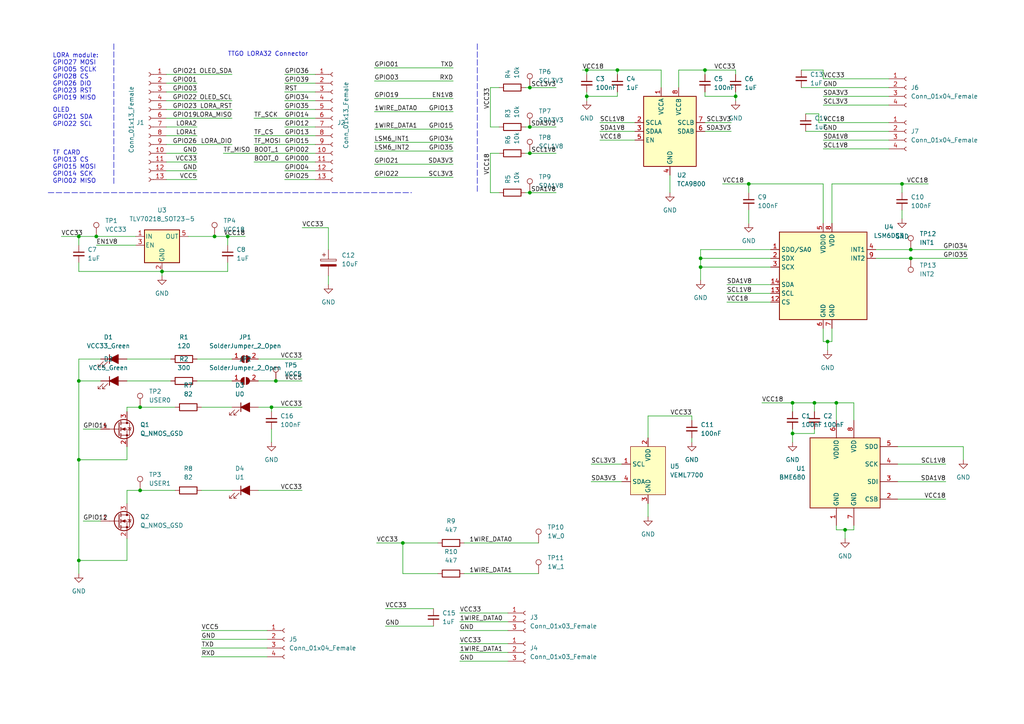
<source format=kicad_sch>
(kicad_sch (version 20211123) (generator eeschema)
  (paper "A4")
  (lib_symbols
    (symbol "Connector:Conn_01x03_Female" (pin_names (offset 1.016) hide)
      (property "Reference" "J" (at 0 5.08 0))
      (property "Value" "Conn_01x03_Female" (at 0 -5.08 0))
      (symbol "Conn_01x03_Female_1_1"
        (arc (start 0 -2.032) (mid -0.508 -2.54) (end 0 -3.048) (stroke (width 0.1524)))
        (polyline (pts (xy -1.27 -2.54) (xy -0.508 -2.54)) (stroke (width 0.1524)))
        (polyline (pts (xy -1.27 0) (xy -0.508 0)) (stroke (width 0.1524)))
        (polyline (pts (xy -1.27 2.54) (xy -0.508 2.54)) (stroke (width 0.1524)))
        (arc (start 0 0.508) (mid -0.508 0) (end 0 -0.508) (stroke (width 0.1524)))
        (arc (start 0 3.048) (mid -0.508 2.54) (end 0 2.032) (stroke (width 0.1524)))
        (pin passive line (at -5.08 2.54 0) (length 3.81) (name "Pin_1") (number "1"))
        (pin passive line (at -5.08 0 0) (length 3.81) (name "Pin_2") (number "2"))
        (pin passive line (at -5.08 -2.54 0) (length 3.81) (name "Pin_3") (number "3"))
      )
    )
    (symbol "Connector:Conn_01x04_Female" (pin_names (offset 1.016) hide)
      (property "Reference" "J" (at 0 5.08 0))
      (property "Value" "Conn_01x04_Female" (at 0 -7.62 0))
      (symbol "Conn_01x04_Female_1_1"
        (arc (start 0 -4.572) (mid -0.508 -5.08) (end 0 -5.588) (stroke (width 0.1524)))
        (arc (start 0 -2.032) (mid -0.508 -2.54) (end 0 -3.048) (stroke (width 0.1524)))
        (polyline (pts (xy -1.27 -5.08) (xy -0.508 -5.08)) (stroke (width 0.1524)))
        (polyline (pts (xy -1.27 -2.54) (xy -0.508 -2.54)) (stroke (width 0.1524)))
        (polyline (pts (xy -1.27 0) (xy -0.508 0)) (stroke (width 0.1524)))
        (polyline (pts (xy -1.27 2.54) (xy -0.508 2.54)) (stroke (width 0.1524)))
        (arc (start 0 0.508) (mid -0.508 0) (end 0 -0.508) (stroke (width 0.1524)))
        (arc (start 0 3.048) (mid -0.508 2.54) (end 0 2.032) (stroke (width 0.1524)))
        (pin passive line (at -5.08 2.54 0) (length 3.81) (name "Pin_1") (number "1"))
        (pin passive line (at -5.08 0 0) (length 3.81) (name "Pin_2") (number "2"))
        (pin passive line (at -5.08 -2.54 0) (length 3.81) (name "Pin_3") (number "3"))
        (pin passive line (at -5.08 -5.08 0) (length 3.81) (name "Pin_4") (number "4"))
      )
    )
    (symbol "Connector:Conn_01x13_Female" (pin_names (offset 1.016) hide)
      (property "Reference" "J" (at 0 17.78 0))
      (property "Value" "Conn_01x13_Female" (at 0 -17.78 0))
      (symbol "Conn_01x13_Female_1_1"
        (arc (start 0 -14.732) (mid -0.508 -15.24) (end 0 -15.748) (stroke (width 0.1524)))
        (arc (start 0 -12.192) (mid -0.508 -12.7) (end 0 -13.208) (stroke (width 0.1524)))
        (arc (start 0 -9.652) (mid -0.508 -10.16) (end 0 -10.668) (stroke (width 0.1524)))
        (arc (start 0 -7.112) (mid -0.508 -7.62) (end 0 -8.128) (stroke (width 0.1524)))
        (arc (start 0 -4.572) (mid -0.508 -5.08) (end 0 -5.588) (stroke (width 0.1524)))
        (arc (start 0 -2.032) (mid -0.508 -2.54) (end 0 -3.048) (stroke (width 0.1524)))
        (polyline (pts (xy -1.27 -15.24) (xy -0.508 -15.24)) (stroke (width 0.1524)))
        (polyline (pts (xy -1.27 -12.7) (xy -0.508 -12.7)) (stroke (width 0.1524)))
        (polyline (pts (xy -1.27 -10.16) (xy -0.508 -10.16)) (stroke (width 0.1524)))
        (polyline (pts (xy -1.27 -7.62) (xy -0.508 -7.62)) (stroke (width 0.1524)))
        (polyline (pts (xy -1.27 -5.08) (xy -0.508 -5.08)) (stroke (width 0.1524)))
        (polyline (pts (xy -1.27 -2.54) (xy -0.508 -2.54)) (stroke (width 0.1524)))
        (polyline (pts (xy -1.27 0) (xy -0.508 0)) (stroke (width 0.1524)))
        (polyline (pts (xy -1.27 2.54) (xy -0.508 2.54)) (stroke (width 0.1524)))
        (polyline (pts (xy -1.27 5.08) (xy -0.508 5.08)) (stroke (width 0.1524)))
        (polyline (pts (xy -1.27 7.62) (xy -0.508 7.62)) (stroke (width 0.1524)))
        (polyline (pts (xy -1.27 10.16) (xy -0.508 10.16)) (stroke (width 0.1524)))
        (polyline (pts (xy -1.27 12.7) (xy -0.508 12.7)) (stroke (width 0.1524)))
        (polyline (pts (xy -1.27 15.24) (xy -0.508 15.24)) (stroke (width 0.1524)))
        (arc (start 0 0.508) (mid -0.508 0) (end 0 -0.508) (stroke (width 0.1524)))
        (arc (start 0 3.048) (mid -0.508 2.54) (end 0 2.032) (stroke (width 0.1524)))
        (arc (start 0 5.588) (mid -0.508 5.08) (end 0 4.572) (stroke (width 0.1524)))
        (arc (start 0 8.128) (mid -0.508 7.62) (end 0 7.112) (stroke (width 0.1524)))
        (arc (start 0 10.668) (mid -0.508 10.16) (end 0 9.652) (stroke (width 0.1524)))
        (arc (start 0 13.208) (mid -0.508 12.7) (end 0 12.192) (stroke (width 0.1524)))
        (arc (start 0 15.748) (mid -0.508 15.24) (end 0 14.732) (stroke (width 0.1524)))
        (pin passive line (at -5.08 15.24 0) (length 3.81) (name "Pin_1") (number "1"))
        (pin passive line (at -5.08 -7.62 0) (length 3.81) (name "Pin_10") (number "10"))
        (pin passive line (at -5.08 -10.16 0) (length 3.81) (name "Pin_11") (number "11"))
        (pin passive line (at -5.08 -12.7 0) (length 3.81) (name "Pin_12") (number "12"))
        (pin passive line (at -5.08 -15.24 0) (length 3.81) (name "Pin_13") (number "13"))
        (pin passive line (at -5.08 12.7 0) (length 3.81) (name "Pin_2") (number "2"))
        (pin passive line (at -5.08 10.16 0) (length 3.81) (name "Pin_3") (number "3"))
        (pin passive line (at -5.08 7.62 0) (length 3.81) (name "Pin_4") (number "4"))
        (pin passive line (at -5.08 5.08 0) (length 3.81) (name "Pin_5") (number "5"))
        (pin passive line (at -5.08 2.54 0) (length 3.81) (name "Pin_6") (number "6"))
        (pin passive line (at -5.08 0 0) (length 3.81) (name "Pin_7") (number "7"))
        (pin passive line (at -5.08 -2.54 0) (length 3.81) (name "Pin_8") (number "8"))
        (pin passive line (at -5.08 -5.08 0) (length 3.81) (name "Pin_9") (number "9"))
      )
    )
    (symbol "Connector:TestPoint" (pin_numbers hide) (pin_names (offset 0.762) hide)
      (property "Reference" "TP" (at 0 6.858 0))
      (property "Value" "TestPoint" (at 0 5.08 0))
      (symbol "TestPoint_0_1"
        (circle (center 0 3.302) (radius 0.762))
      )
      (symbol "TestPoint_1_1"
        (pin passive line (at 0 0 90) (length 2.54) (name "1") (number "1"))
      )
    )
    (symbol "Device:C_Polarized" (pin_numbers hide) (pin_names (offset 0.254))
      (property "Reference" "C" (at 0.635 2.54 0))
      (property "Value" "C_Polarized" (at 0.635 -2.54 0))
      (symbol "C_Polarized_0_1"
        (rectangle (start -2.286 0.508) (end 2.286 1.016))
        (polyline (pts (xy -1.778 2.286) (xy -0.762 2.286)))
        (polyline (pts (xy -1.27 2.794) (xy -1.27 1.778)))
        (rectangle (start 2.286 -0.508) (end -2.286 -1.016) (fill (type outline)))
      )
      (symbol "C_Polarized_1_1"
        (pin passive line (at 0 3.81 270) (length 2.794) (name "~") (number "1"))
        (pin passive line (at 0 -3.81 90) (length 2.794) (name "~") (number "2"))
      )
    )
    (symbol "Device:C_Small" (pin_numbers hide) (pin_names (offset 0.254) hide)
      (property "Reference" "C" (at 0.254 1.778 0))
      (property "Value" "C_Small" (at 0.254 -2.032 0))
      (symbol "C_Small_0_1"
        (polyline (pts (xy -1.524 -0.508) (xy 1.524 -0.508)) (stroke (width 0.3302)))
        (polyline (pts (xy -1.524 0.508) (xy 1.524 0.508)) (stroke (width 0.3048)))
      )
      (symbol "C_Small_1_1"
        (pin passive line (at 0 2.54 270) (length 2.032) (name "~") (number "1"))
        (pin passive line (at 0 -2.54 90) (length 2.032) (name "~") (number "2"))
      )
    )
    (symbol "Device:LED_Filled" (pin_numbers hide) (pin_names (offset 1.016) hide)
      (property "Reference" "D" (at 0 2.54 0))
      (property "Value" "LED_Filled" (at 0 -2.54 0))
      (symbol "LED_Filled_0_1"
        (polyline (pts (xy -1.27 -1.27) (xy -1.27 1.27)) (stroke (width 0.254)))
        (polyline (pts (xy -1.27 0) (xy 1.27 0)))
        (polyline (pts (xy 1.27 -1.27) (xy 1.27 1.27) (xy -1.27 0) (xy 1.27 -1.27)) (stroke (width 0.254)) (fill (type outline)))
        (polyline (pts (xy -3.048 -0.762) (xy -4.572 -2.286) (xy -3.81 -2.286) (xy -4.572 -2.286) (xy -4.572 -1.524)))
        (polyline (pts (xy -1.778 -0.762) (xy -3.302 -2.286) (xy -2.54 -2.286) (xy -3.302 -2.286) (xy -3.302 -1.524)))
      )
      (symbol "LED_Filled_1_1"
        (pin passive line (at -3.81 0 0) (length 2.54) (name "K") (number "1"))
        (pin passive line (at 3.81 0 180) (length 2.54) (name "A") (number "2"))
      )
    )
    (symbol "Device:Q_NMOS_GSD" (pin_names (offset 0) hide)
      (property "Reference" "Q" (at 5.08 1.27 0))
      (property "Value" "Q_NMOS_GSD" (at 5.08 -1.27 0))
      (symbol "Q_NMOS_GSD_0_1"
        (polyline (pts (xy 0.254 0) (xy -2.54 0)))
        (polyline (pts (xy 0.254 1.905) (xy 0.254 -1.905)) (stroke (width 0.254)))
        (polyline (pts (xy 0.762 -1.27) (xy 0.762 -2.286)) (stroke (width 0.254)))
        (polyline (pts (xy 0.762 0.508) (xy 0.762 -0.508)) (stroke (width 0.254)))
        (polyline (pts (xy 0.762 2.286) (xy 0.762 1.27)) (stroke (width 0.254)))
        (polyline (pts (xy 2.54 2.54) (xy 2.54 1.778)))
        (polyline (pts (xy 2.54 -2.54) (xy 2.54 0) (xy 0.762 0)))
        (polyline (pts (xy 0.762 -1.778) (xy 3.302 -1.778) (xy 3.302 1.778) (xy 0.762 1.778)))
        (polyline (pts (xy 1.016 0) (xy 2.032 0.381) (xy 2.032 -0.381) (xy 1.016 0)) (fill (type outline)))
        (polyline (pts (xy 2.794 0.508) (xy 2.921 0.381) (xy 3.683 0.381) (xy 3.81 0.254)))
        (polyline (pts (xy 3.302 0.381) (xy 2.921 -0.254) (xy 3.683 -0.254) (xy 3.302 0.381)))
        (circle (center 1.651 0) (radius 2.794) (stroke (width 0.254)))
        (circle (center 2.54 -1.778) (radius 0.254) (fill (type outline)))
        (circle (center 2.54 1.778) (radius 0.254) (fill (type outline)))
      )
      (symbol "Q_NMOS_GSD_1_1"
        (pin input line (at -5.08 0 0) (length 2.54) (name "G") (number "1"))
        (pin passive line (at 2.54 -5.08 90) (length 2.54) (name "S") (number "2"))
        (pin passive line (at 2.54 5.08 270) (length 2.54) (name "D") (number "3"))
      )
    )
    (symbol "Device:R" (pin_numbers hide) (pin_names (offset 0))
      (property "Reference" "R" (at 2.032 0 90))
      (property "Value" "R" (at 0 0 90))
      (symbol "R_0_1"
        (rectangle (start -1.016 -2.54) (end 1.016 2.54) (stroke (width 0.254)))
      )
      (symbol "R_1_1"
        (pin passive line (at 0 3.81 270) (length 1.27) (name "~") (number "1"))
        (pin passive line (at 0 -3.81 90) (length 1.27) (name "~") (number "2"))
      )
    )
    (symbol "Interface:TCA9800"
      (property "Reference" "U" (at -7.62 11.43 0))
      (property "Value" "TCA9800" (at 5.08 11.43 0))
      (symbol "TCA9800_0_1"
        (rectangle (start -7.62 10.16) (end 7.62 -10.16) (stroke (width 0.254)) (fill (type background)))
      )
      (symbol "TCA9800_1_1"
        (pin power_in line (at -2.54 12.7 270) (length 2.54) (name "VCCA") (number "1"))
        (pin bidirectional line (at -10.16 2.54 0) (length 2.54) (name "SCLA") (number "2"))
        (pin bidirectional line (at -10.16 0 0) (length 2.54) (name "SDAA") (number "3"))
        (pin power_in line (at 0 -12.7 90) (length 2.54) (name "GND") (number "4"))
        (pin input line (at -10.16 -2.54 0) (length 2.54) (name "EN") (number "5"))
        (pin bidirectional line (at 10.16 0 180) (length 2.54) (name "SDAB") (number "6"))
        (pin bidirectional line (at 10.16 2.54 180) (length 2.54) (name "SCLB") (number "7"))
        (pin power_in line (at 2.54 12.7 270) (length 2.54) (name "VCCB") (number "8"))
      )
    )
    (symbol "Jumper:SolderJumper_2_Open" (pin_names (offset 0) hide)
      (property "Reference" "JP" (at 0 2.032 0))
      (property "Value" "SolderJumper_2_Open" (at 0 -2.54 0))
      (symbol "SolderJumper_2_Open_0_1"
        (arc (start -0.254 1.016) (mid -1.27 0) (end -0.254 -1.016))
        (arc (start -0.254 1.016) (mid -1.27 0) (end -0.254 -1.016) (fill (type outline)))
        (polyline (pts (xy -0.254 1.016) (xy -0.254 -1.016)))
        (polyline (pts (xy 0.254 1.016) (xy 0.254 -1.016)))
        (arc (start 0.254 -1.016) (mid 1.27 0) (end 0.254 1.016))
        (arc (start 0.254 -1.016) (mid 1.27 0) (end 0.254 1.016) (fill (type outline)))
      )
      (symbol "SolderJumper_2_Open_1_1"
        (pin passive line (at -3.81 0 0) (length 2.54) (name "A") (number "1"))
        (pin passive line (at 3.81 0 180) (length 2.54) (name "B") (number "2"))
      )
    )
    (symbol "Regulator_Linear:TLV70218_SOT23-5" (pin_names (offset 0.254))
      (property "Reference" "U" (at -3.81 5.715 0))
      (property "Value" "TLV70218_SOT23-5" (at 0 5.715 0))
      (symbol "TLV70218_SOT23-5_0_1"
        (rectangle (start -5.08 4.445) (end 5.08 -5.08) (stroke (width 0.254)) (fill (type background)))
      )
      (symbol "TLV70218_SOT23-5_1_1"
        (pin power_in line (at -7.62 2.54 0) (length 2.54) (name "IN") (number "1"))
        (pin power_in line (at 0 -7.62 90) (length 2.54) (name "GND") (number "2"))
        (pin input line (at -7.62 0 0) (length 2.54) (name "EN") (number "3"))
        (pin no_connect line (at 5.08 0 180) (length 2.54) hide (name "NC") (number "4"))
        (pin power_out line (at 7.62 2.54 180) (length 2.54) (name "OUT") (number "5"))
      )
    )
    (symbol "Sensor:BME680"
      (property "Reference" "U" (at -8.89 11.43 0))
      (property "Value" "BME680" (at 7.62 11.43 0))
      (symbol "BME680_0_1"
        (rectangle (start -10.16 10.16) (end 10.16 -10.16) (stroke (width 0.254)) (fill (type background)))
      )
      (symbol "BME680_1_1"
        (pin power_in line (at -2.54 -15.24 90) (length 5.08) (name "GND") (number "1"))
        (pin input line (at 15.24 -7.62 180) (length 5.08) (name "CSB") (number "2"))
        (pin bidirectional line (at 15.24 -2.54 180) (length 5.08) (name "SDI") (number "3"))
        (pin input line (at 15.24 2.54 180) (length 5.08) (name "SCK") (number "4"))
        (pin bidirectional line (at 15.24 7.62 180) (length 5.08) (name "SDO") (number "5"))
        (pin power_in line (at -2.54 15.24 270) (length 5.08) (name "VDDIO") (number "6"))
        (pin power_in line (at 2.54 -15.24 90) (length 5.08) (name "GND") (number "7"))
        (pin power_in line (at 2.54 15.24 270) (length 5.08) (name "VDD") (number "8"))
      )
    )
    (symbol "Sensor_Motion:LSM6DS3"
      (property "Reference" "U" (at -11.43 15.24 0))
      (property "Value" "LSM6DS3" (at -11.43 12.7 0))
      (symbol "LSM6DS3_0_1"
        (rectangle (start -12.7 12.7) (end 12.7 -12.7) (stroke (width 0.254)) (fill (type background)))
      )
      (symbol "LSM6DS3_1_1"
        (pin bidirectional line (at -15.24 7.62 0) (length 2.54) (name "SDO/SA0") (number "1"))
        (pin no_connect line (at 12.7 -5.08 180) (length 3.81) hide (name "NC") (number "10"))
        (pin no_connect line (at 12.7 -2.54 180) (length 3.81) hide (name "NC") (number "11"))
        (pin input line (at -15.24 -7.62 0) (length 2.54) (name "CS") (number "12"))
        (pin input line (at -15.24 -5.08 0) (length 2.54) (name "SCL") (number "13"))
        (pin bidirectional line (at -15.24 -2.54 0) (length 2.54) (name "SDA") (number "14"))
        (pin bidirectional line (at -15.24 5.08 0) (length 2.54) (name "SDX") (number "2"))
        (pin input line (at -15.24 2.54 0) (length 2.54) (name "SCX") (number "3"))
        (pin output line (at 15.24 7.62 180) (length 2.54) (name "INT1") (number "4"))
        (pin power_in line (at 0 15.24 270) (length 2.54) (name "VDDIO") (number "5"))
        (pin power_in line (at 0 -15.24 90) (length 2.54) (name "GND") (number "6"))
        (pin power_in line (at 2.54 -15.24 90) (length 2.54) (name "GND") (number "7"))
        (pin power_in line (at 2.54 15.24 270) (length 2.54) (name "VDD") (number "8"))
        (pin output line (at 15.24 5.08 180) (length 2.54) (name "INT2") (number "9"))
      )
    )
    (symbol "own_symbols:VEML7700"
      (property "Reference" "U" (at 5.08 10.16 0))
      (property "Value" "VEML7700" (at 0 0 0))
      (symbol "VEML7700_0_0"
        (pin unspecified line (at -7.62 2.54 0) (length 2.54) (name "SCL") (number "1"))
        (pin unspecified line (at 0 10.16 270) (length 2.54) (name "VDD") (number "2"))
        (pin unspecified line (at 0 -8.89 90) (length 2.54) (name "GND") (number "3"))
        (pin unspecified line (at -7.62 -2.54 0) (length 2.54) (name "SDA") (number "4"))
      )
      (symbol "VEML7700_0_1"
        (rectangle (start -5.08 7.62) (end 5.08 -6.35) (fill (type background)))
      )
    )
    (symbol "power:GND" (power) (pin_names (offset 0))
      (property "Value" "GND" (at 0 -3.81 0))
      (symbol "GND_0_1"
        (polyline (pts (xy 0 0) (xy 0 -1.27) (xy 1.27 -1.27) (xy 0 -2.54) (xy -1.27 -1.27) (xy 0 -1.27)))
      )
      (symbol "GND_1_1"
        (pin power_in line (at 0 0 270) (length 0) hide (name "GND") (number "1"))
      )
    )
  )
  (junction (at 22.86 68.58))
  (junction (at 153.67 55.88))
  (junction (at 80.01 110.49))
  (junction (at 229.87 116.84))
  (junction (at 27.94 68.58))
  (junction (at 204.47 20.32))
  (junction (at 261.62 53.34))
  (junction (at 78.74 118.11))
  (junction (at 240.03 99.06))
  (junction (at 40.64 118.11))
  (junction (at 153.67 25.4))
  (junction (at 66.04 68.58))
  (junction (at 22.86 110.49))
  (junction (at 264.16 72.39))
  (junction (at 217.17 53.34))
  (junction (at 203.2 77.47))
  (junction (at 242.57 116.84))
  (junction (at 203.2 74.93))
  (junction (at 245.11 153.67))
  (junction (at 116.84 157.48))
  (junction (at 170.18 27.94))
  (junction (at 170.18 20.32))
  (junction (at 264.16 74.93))
  (junction (at 153.67 36.83))
  (junction (at 40.64 142.24))
  (junction (at 153.67 44.45))
  (junction (at 229.87 125.73))
  (junction (at 213.36 27.94))
  (junction (at 22.86 133.35))
  (junction (at 62.23 68.58))
  (junction (at 236.22 116.84))
  (junction (at 22.86 162.56))
  (junction (at 179.07 20.32))
  (junction (at 46.99 78.74))
  (wire (pts (xy 66.04 68.58) (xy 66.04 71.12)))
  (wire (pts (xy 22.86 133.35) (xy 36.83 133.35)))
  (wire (pts (xy 187.96 120.65) (xy 200.66 120.65)))
  (wire (pts (xy 73.66 34.29) (xy 91.44 34.29)))
  (wire (pts (xy 153.67 25.4) (xy 152.4 25.4)))
  (wire (pts (xy 217.17 60.96) (xy 217.17 64.77)))
  (wire (pts (xy 144.78 55.88) (xy 142.24 55.88)))
  (wire (pts (xy 57.15 52.07) (xy 48.26 52.07)))
  (wire (pts (xy 74.93 110.49) (xy 80.01 110.49)))
  (wire (pts (xy 95.25 72.39) (xy 95.25 66.04)))
  (wire (pts (xy 238.76 95.25) (xy 238.76 99.06)))
  (wire (pts (xy 78.74 118.11) (xy 87.63 118.11)))
  (wire (pts (xy 247.65 152.4) (xy 247.65 153.67)))
  (wire (pts (xy 260.35 134.62) (xy 274.32 134.62)))
  (wire (pts (xy 74.93 118.11) (xy 78.74 118.11)))
  (wire (pts (xy 57.15 26.67) (xy 48.26 26.67)))
  (wire (pts (xy 48.26 29.21) (xy 67.31 29.21)))
  (wire (pts (xy 108.585 32.385) (xy 131.445 32.385)))
  (wire (pts (xy 204.47 38.1) (xy 212.09 38.1)))
  (wire (pts (xy 57.15 104.14) (xy 67.31 104.14)))
  (wire (pts (xy 29.21 104.14) (xy 22.86 104.14)))
  (wire (pts (xy 153.67 36.83) (xy 161.29 36.83)))
  (wire (pts (xy 236.22 116.84) (xy 242.57 116.84)))
  (wire (pts (xy 82.55 31.75) (xy 91.44 31.75)))
  (wire (pts (xy 78.74 118.11) (xy 78.74 119.38)))
  (wire (pts (xy 245.11 153.67) (xy 242.57 153.67)))
  (wire (pts (xy 232.41 25.4) (xy 257.81 25.4)))
  (wire (pts (xy 48.26 34.29) (xy 67.31 34.29)))
  (wire (pts (xy 171.45 139.7) (xy 180.34 139.7)))
  (wire (pts (xy 241.3 95.25) (xy 241.3 99.06)))
  (wire (pts (xy 238.76 99.06) (xy 240.03 99.06)))
  (wire (pts (xy 144.78 44.45) (xy 142.24 44.45)))
  (wire (pts (xy 58.42 182.88) (xy 77.47 182.88)))
  (wire (pts (xy 17.78 68.58) (xy 22.86 68.58)))
  (wire (pts (xy 82.55 21.59) (xy 91.44 21.59)))
  (wire (pts (xy 74.93 104.14) (xy 87.63 104.14)))
  (wire (pts (xy 36.83 104.14) (xy 49.53 104.14)))
  (wire (pts (xy 82.55 29.21) (xy 91.44 29.21)))
  (wire (pts (xy 133.35 177.8) (xy 147.32 177.8)))
  (wire (pts (xy 242.57 116.84) (xy 242.57 121.92)))
  (wire (pts (xy 58.42 142.24) (xy 67.31 142.24)))
  (wire (pts (xy 264.16 74.93) (xy 280.67 74.93)))
  (wire (pts (xy 108.585 41.275) (xy 131.445 41.275)))
  (wire (pts (xy 179.07 20.32) (xy 179.07 21.59)))
  (wire (pts (xy 260.35 144.78) (xy 274.32 144.78)))
  (wire (pts (xy 22.86 76.2) (xy 22.86 78.74)))
  (wire (pts (xy 170.18 27.94) (xy 170.18 29.21)))
  (wire (pts (xy 170.18 20.32) (xy 170.18 21.59)))
  (wire (pts (xy 24.13 151.13) (xy 29.21 151.13)))
  (wire (pts (xy 36.83 142.24) (xy 40.64 142.24)))
  (wire (pts (xy 247.65 153.67) (xy 245.11 153.67)))
  (wire (pts (xy 240.03 99.06) (xy 240.03 101.6)))
  (wire (pts (xy 40.64 142.24) (xy 50.8 142.24)))
  (wire (pts (xy 209.55 53.34) (xy 217.17 53.34)))
  (wire (pts (xy 204.47 20.32) (xy 213.36 20.32)))
  (wire (pts (xy 170.18 20.32) (xy 179.07 20.32)))
  (wire (pts (xy 264.16 72.39) (xy 280.67 72.39)))
  (wire (pts (xy 48.26 41.91) (xy 67.31 41.91)))
  (wire (pts (xy 153.67 55.88) (xy 161.29 55.88)))
  (wire (pts (xy 204.47 20.32) (xy 204.47 21.59)))
  (wire (pts (xy 152.4 44.45) (xy 153.67 44.45)))
  (wire (pts (xy 24.13 124.46) (xy 29.21 124.46)))
  (wire (pts (xy 22.86 104.14) (xy 22.86 110.49)))
  (wire (pts (xy 111.76 176.53) (xy 125.73 176.53)))
  (wire (pts (xy 144.78 36.83) (xy 142.24 36.83)))
  (wire (pts (xy 57.15 24.13) (xy 48.26 24.13)))
  (wire (pts (xy 80.01 110.49) (xy 87.63 110.49)))
  (wire (pts (xy 236.22 125.73) (xy 229.87 125.73)))
  (wire (pts (xy 238.76 30.48) (xy 257.81 30.48)))
  (wire (pts (xy 229.87 124.46) (xy 229.87 125.73)))
  (wire (pts (xy 168.91 20.32) (xy 170.18 20.32)))
  (wire (pts (xy 241.3 53.34) (xy 261.62 53.34)))
  (wire (pts (xy 108.585 47.625) (xy 131.445 47.625)))
  (wire (pts (xy 213.36 27.94) (xy 213.36 29.21)))
  (wire (pts (xy 22.86 110.49) (xy 22.86 133.35)))
  (wire (pts (xy 213.36 20.32) (xy 213.36 21.59)))
  (wire (pts (xy 152.4 55.88) (xy 153.67 55.88)))
  (wire (pts (xy 204.47 26.67) (xy 204.47 27.94)))
  (wire (pts (xy 108.585 23.495) (xy 131.445 23.495)))
  (wire (pts (xy 144.78 25.4) (xy 142.24 25.4)))
  (wire (pts (xy 210.82 85.09) (xy 223.52 85.09)))
  (wire (pts (xy 36.83 162.56) (xy 22.86 162.56)))
  (wire (pts (xy 238.76 22.86) (xy 257.81 22.86)))
  (wire (pts (xy 58.42 118.11) (xy 67.31 118.11)))
  (wire (pts (xy 173.99 35.56) (xy 184.15 35.56)))
  (wire (pts (xy 22.86 133.35) (xy 22.86 162.56)))
  (wire (pts (xy 108.585 19.685) (xy 131.445 19.685)))
  (wire (pts (xy 261.62 53.34) (xy 269.24 53.34)))
  (wire (pts (xy 229.87 125.73) (xy 229.87 128.27)))
  (wire (pts (xy 171.45 134.62) (xy 180.34 134.62)))
  (wire (pts (xy 170.18 27.94) (xy 179.07 27.94)))
  (wire (pts (xy 133.35 182.88) (xy 147.32 182.88)))
  (wire (pts (xy 194.31 50.8) (xy 194.31 55.88)))
  (wire (pts (xy 203.2 72.39) (xy 203.2 74.93)))
  (wire (pts (xy 241.3 64.77) (xy 241.3 53.34)))
  (wire (pts (xy 142.24 25.4) (xy 142.24 36.83)))
  (wire (pts (xy 111.76 181.61) (xy 125.73 181.61)))
  (wire (pts (xy 261.62 60.96) (xy 261.62 63.5)))
  (wire (pts (xy 22.86 110.49) (xy 29.21 110.49)))
  (wire (pts (xy 116.84 166.37) (xy 127 166.37)))
  (wire (pts (xy 108.585 51.435) (xy 131.445 51.435)))
  (wire (pts (xy 58.42 187.96) (xy 77.47 187.96)))
  (wire (pts (xy 254 72.39) (xy 264.16 72.39)))
  (wire (pts (xy 36.83 156.21) (xy 36.83 162.56)))
  (wire (pts (xy 196.85 20.32) (xy 204.47 20.32)))
  (wire (pts (xy 48.26 31.75) (xy 67.31 31.75)))
  (wire (pts (xy 82.55 36.83) (xy 91.44 36.83)))
  (wire (pts (xy 238.76 64.77) (xy 238.76 53.34)))
  (wire (pts (xy 203.2 74.93) (xy 203.2 77.47)))
  (wire (pts (xy 58.42 185.42) (xy 77.47 185.42)))
  (wire (pts (xy 46.99 78.74) (xy 66.04 78.74)))
  (wire (pts (xy 57.15 36.83) (xy 48.26 36.83)))
  (wire (pts (xy 237.49 35.56) (xy 257.81 35.56)))
  (wire (pts (xy 133.35 180.34) (xy 147.32 180.34)))
  (wire (pts (xy 238.76 20.32) (xy 232.41 20.32)))
  (wire (pts (xy 36.83 146.05) (xy 36.83 142.24)))
  (wire (pts (xy 57.15 44.45) (xy 48.26 44.45)))
  (wire (pts (xy 134.62 166.37) (xy 156.21 166.37)))
  (wire (pts (xy 179.07 26.67) (xy 179.07 27.94)))
  (wire (pts (xy 203.2 77.47) (xy 203.2 81.28)))
  (wire (pts (xy 204.47 35.56) (xy 212.09 35.56)))
  (wire (pts (xy 236.22 124.46) (xy 236.22 125.73)))
  (wire (pts (xy 109.22 157.48) (xy 116.84 157.48)))
  (wire (pts (xy 82.55 26.67) (xy 91.44 26.67)))
  (wire (pts (xy 95.25 80.01) (xy 95.25 82.55)))
  (polyline (pts (xy 33.02 12.7) (xy 33.02 53.34)))
  (wire (pts (xy 173.99 38.1) (xy 184.15 38.1)))
  (wire (pts (xy 108.585 37.465) (xy 131.445 37.465)))
  (wire (pts (xy 223.52 77.47) (xy 203.2 77.47)))
  (wire (pts (xy 82.55 24.13) (xy 91.44 24.13)))
  (wire (pts (xy 261.62 53.34) (xy 261.62 55.88)))
  (wire (pts (xy 213.36 26.67) (xy 213.36 27.94)))
  (wire (pts (xy 58.42 190.5) (xy 77.47 190.5)))
  (wire (pts (xy 179.07 20.32) (xy 191.77 20.32)))
  (wire (pts (xy 238.76 22.86) (xy 238.76 20.32)))
  (wire (pts (xy 36.83 110.49) (xy 49.53 110.49)))
  (wire (pts (xy 170.18 26.67) (xy 170.18 27.94)))
  (wire (pts (xy 142.24 44.45) (xy 142.24 55.88)))
  (wire (pts (xy 217.17 53.34) (xy 217.17 55.88)))
  (wire (pts (xy 78.74 124.46) (xy 78.74 128.27)))
  (wire (pts (xy 237.49 33.02) (xy 233.68 33.02)))
  (wire (pts (xy 210.82 82.55) (xy 223.52 82.55)))
  (wire (pts (xy 260.35 139.7) (xy 274.32 139.7)))
  (wire (pts (xy 36.83 129.54) (xy 36.83 133.35)))
  (wire (pts (xy 134.62 157.48) (xy 156.21 157.48)))
  (wire (pts (xy 54.61 68.58) (xy 62.23 68.58)))
  (wire (pts (xy 238.76 40.64) (xy 257.81 40.64)))
  (wire (pts (xy 237.49 35.56) (xy 237.49 33.02)))
  (wire (pts (xy 22.86 68.58) (xy 27.94 68.58)))
  (wire (pts (xy 187.96 146.05) (xy 187.96 149.86)))
  (polyline (pts (xy 13.97 55.88) (xy 119.38 55.88)))
  (wire (pts (xy 229.87 116.84) (xy 229.87 119.38)))
  (wire (pts (xy 108.585 28.575) (xy 131.445 28.575)))
  (wire (pts (xy 66.04 68.58) (xy 71.12 68.58)))
  (wire (pts (xy 260.35 129.54) (xy 279.4 129.54)))
  (wire (pts (xy 108.585 43.815) (xy 131.445 43.815)))
  (wire (pts (xy 116.84 157.48) (xy 116.84 166.37)))
  (wire (pts (xy 247.65 121.92) (xy 247.65 116.84)))
  (wire (pts (xy 27.94 68.58) (xy 39.37 68.58)))
  (wire (pts (xy 254 74.93) (xy 264.16 74.93)))
  (wire (pts (xy 46.99 78.74) (xy 46.99 80.01)))
  (wire (pts (xy 153.67 44.45) (xy 161.29 44.45)))
  (wire (pts (xy 223.52 72.39) (xy 203.2 72.39)))
  (wire (pts (xy 133.35 189.23) (xy 147.32 189.23)))
  (wire (pts (xy 200.66 120.65) (xy 200.66 121.92)))
  (wire (pts (xy 238.76 43.18) (xy 257.81 43.18)))
  (wire (pts (xy 238.76 27.94) (xy 257.81 27.94)))
  (wire (pts (xy 64.77 44.45) (xy 91.44 44.45)))
  (wire (pts (xy 191.77 25.4) (xy 191.77 20.32)))
  (wire (pts (xy 133.35 191.77) (xy 147.32 191.77)))
  (wire (pts (xy 36.83 119.38) (xy 36.83 118.11)))
  (wire (pts (xy 57.15 110.49) (xy 67.31 110.49)))
  (wire (pts (xy 73.66 39.37) (xy 91.44 39.37)))
  (wire (pts (xy 57.15 49.53) (xy 48.26 49.53)))
  (wire (pts (xy 48.26 21.59) (xy 67.31 21.59)))
  (wire (pts (xy 152.4 36.83) (xy 153.67 36.83)))
  (wire (pts (xy 279.4 129.54) (xy 279.4 133.35)))
  (wire (pts (xy 240.03 99.06) (xy 241.3 99.06)))
  (wire (pts (xy 82.55 49.53) (xy 91.44 49.53)))
  (wire (pts (xy 236.22 116.84) (xy 236.22 119.38)))
  (polyline (pts (xy 138.43 12.7) (xy 138.43 55.88)))
  (wire (pts (xy 242.57 153.67) (xy 242.57 152.4)))
  (wire (pts (xy 233.68 38.1) (xy 257.81 38.1)))
  (wire (pts (xy 203.2 74.93) (xy 223.52 74.93)))
  (wire (pts (xy 27.94 71.12) (xy 39.37 71.12)))
  (wire (pts (xy 116.84 157.48) (xy 127 157.48)))
  (wire (pts (xy 161.29 25.4) (xy 153.67 25.4)))
  (wire (pts (xy 66.04 76.2) (xy 66.04 78.74)))
  (wire (pts (xy 22.86 162.56) (xy 22.86 166.37)))
  (wire (pts (xy 74.93 142.24) (xy 87.63 142.24)))
  (wire (pts (xy 133.35 186.69) (xy 147.32 186.69)))
  (wire (pts (xy 82.55 52.07) (xy 91.44 52.07)))
  (wire (pts (xy 200.66 127) (xy 200.66 128.27)))
  (wire (pts (xy 73.66 41.91) (xy 91.44 41.91)))
  (wire (pts (xy 229.87 116.84) (xy 236.22 116.84)))
  (wire (pts (xy 22.86 68.58) (xy 22.86 71.12)))
  (wire (pts (xy 247.65 116.84) (xy 242.57 116.84)))
  (wire (pts (xy 40.64 118.11) (xy 50.8 118.11)))
  (wire (pts (xy 62.23 68.58) (xy 66.04 68.58)))
  (wire (pts (xy 36.83 118.11) (xy 40.64 118.11)))
  (wire (pts (xy 196.85 25.4) (xy 196.85 20.32)))
  (wire (pts (xy 87.63 66.04) (xy 95.25 66.04)))
  (wire (pts (xy 210.82 87.63) (xy 223.52 87.63)))
  (wire (pts (xy 217.17 53.34) (xy 238.76 53.34)))
  (wire (pts (xy 220.98 116.84) (xy 229.87 116.84)))
  (wire (pts (xy 57.15 39.37) (xy 48.26 39.37)))
  (wire (pts (xy 204.47 27.94) (xy 213.36 27.94)))
  (wire (pts (xy 187.96 127) (xy 187.96 120.65)))
  (wire (pts (xy 173.99 40.64) (xy 184.15 40.64)))
  (wire (pts (xy 245.11 156.21) (xy 245.11 153.67)))
  (wire (pts (xy 57.15 46.99) (xy 48.26 46.99)))
  (wire (pts (xy 73.66 46.99) (xy 91.44 46.99)))
  (wire (pts (xy 22.86 78.74) (xy 46.99 78.74)))
  (text "OLED\nGPIO21 SDA\nGPIO22 SCL" (at 15.24 36.83 0) (effects (font (size 1.27 1.27)) (justify left bottom)))
  (text "TTGO LORA32 Connector" (at 66.04 16.51 0) (effects (font (size 1.27 1.27)) (justify left bottom)))
  (text "LORA module:\nGPIO27 MOSI\nGPIO05 SCLK\nGPIO28 CS\nGPIO26 DIO\nGPIO23 RST\nGPIO19 MISO" (at 15.24 29.21 0) (effects (font (size 1.27 1.27)) (justify left bottom)))
  (text "TF CARD\nGPIO13 CS\nGPIO15 MOSI\nGPIO14 SCK\nGPIO02 MISO" (at 15.24 53.34 0) (effects (font (size 1.27 1.27)) (justify left bottom)))
  (label "GND" (at 57.15 44.45 180))
  (label "RXD" (at 58.42 190.5 0))
  (label "1WIRE_DATA1" (at 108.585 37.465 0))
  (label "GPIO14" (at 82.55 34.29 0))
  (label "SDA3V3" (at 238.76 27.94 0))
  (label "VCC18" (at 168.91 20.32 0))
  (label "GPIO01" (at 57.15 24.13 180))
  (label "SDA3V3" (at 161.29 36.83 180))
  (label "GPIO03" (at 57.15 26.67 180))
  (label "LSM6_INT2" (at 108.585 43.815 0))
  (label "GPIO22" (at 57.15 29.21 180))
  (label "TXD" (at 131.445 19.685 180))
  (label "VCC18" (at 142.24 44.45 270))
  (label "SCL3V3" (at 212.09 35.56 180))
  (label "SCL1V8" (at 274.32 134.62 180))
  (label "GPIO21" (at 57.15 21.59 180))
  (label "VCC33" (at 200.66 120.65 180))
  (label "LORA_DIO" (at 67.31 41.91 180))
  (label "VCC33" (at 87.63 118.11 180))
  (label "VCC18" (at 274.32 144.78 180))
  (label "LORA2" (at 57.15 36.83 180))
  (label "SCL3V3" (at 238.76 30.48 0))
  (label "1WIRE_DATA0" (at 133.35 180.34 0))
  (label "TF_MOSI" (at 73.66 41.91 0))
  (label "GPIO03" (at 108.585 23.495 0))
  (label "GPIO34" (at 131.445 41.275 180))
  (label "VCC33" (at 17.78 68.58 0))
  (label "SCL1V8" (at 238.76 43.18 0))
  (label "BOOT_1" (at 73.66 44.45 0))
  (label "VCC18" (at 238.76 35.56 0))
  (label "SCL3V3" (at 171.45 134.62 0))
  (label "VCC33" (at 213.36 20.32 180))
  (label "GND" (at 238.76 38.1 0))
  (label "LORA1" (at 57.15 39.37 180))
  (label "LORA_RST" (at 67.31 31.75 180))
  (label "1WIRE_DATA0" (at 108.585 32.385 0))
  (label "GPIO39" (at 82.55 24.13 0))
  (label "GPIO13" (at 131.445 32.385 180))
  (label "VCC18" (at 71.12 68.58 180))
  (label "GPIO15" (at 82.55 41.91 0))
  (label "EN1V8" (at 131.445 28.575 180))
  (label "OLED_SDA" (at 67.31 21.59 180))
  (label "VCC5" (at 57.15 52.07 180))
  (label "GND" (at 238.76 25.4 0))
  (label "GPIO36" (at 82.55 21.59 0))
  (label "VCC33" (at 87.63 104.14 180))
  (label "1WIRE_DATA1" (at 133.35 189.23 0))
  (label "VCC33" (at 57.15 46.99 180))
  (label "SCL3V3" (at 131.445 51.435 180))
  (label "EN1V8" (at 27.94 71.12 0))
  (label "GPIO01" (at 108.585 19.685 0))
  (label "VCC18" (at 269.24 53.34 180))
  (label "GPIO12" (at 82.55 36.83 0))
  (label "TF_CS" (at 73.66 39.37 0))
  (label "SDA1V8" (at 210.82 82.55 0))
  (label "VCC33" (at 111.76 176.53 0))
  (label "TF_MISO" (at 64.77 44.45 0))
  (label "VCC5" (at 87.63 110.49 180))
  (label "GND" (at 111.76 181.61 0))
  (label "SDA3V3" (at 131.445 47.625 180))
  (label "GPIO35" (at 82.55 31.75 0))
  (label "VCC33" (at 133.35 177.8 0))
  (label "SCL3V3" (at 161.29 25.4 180))
  (label "GPIO35" (at 280.67 74.93 180))
  (label "SDA1V8" (at 238.76 40.64 0))
  (label "SDA1V8" (at 173.99 38.1 0))
  (label "GPIO02" (at 82.55 44.45 0))
  (label "GPIO35" (at 131.445 43.815 180))
  (label "LORA_MISO" (at 67.31 34.29 180))
  (label "GPIO26" (at 57.15 41.91 180))
  (label "RST" (at 82.55 26.67 0))
  (label "SCL1V8" (at 173.99 35.56 0))
  (label "RXD" (at 131.445 23.495 180))
  (label "TXD" (at 58.42 187.96 0))
  (label "GND" (at 133.35 182.88 0))
  (label "VCC18" (at 209.55 53.34 0))
  (label "SCL1V8" (at 210.82 85.09 0))
  (label "GPIO19" (at 108.585 28.575 0))
  (label "VCC5" (at 58.42 182.88 0))
  (label "OLED_SCL" (at 67.31 29.21 180))
  (label "GPIO04" (at 82.55 49.53 0))
  (label "VCC33" (at 142.24 25.4 270))
  (label "GPIO19" (at 57.15 34.29 180))
  (label "GPIO25" (at 82.55 52.07 0))
  (label "GPIO00" (at 82.55 46.99 0))
  (label "GPIO12" (at 24.13 151.13 0))
  (label "SDA3V3" (at 212.09 38.1 180))
  (label "GPIO34" (at 280.67 72.39 180))
  (label "VCC33" (at 109.22 157.48 0))
  (label "SDA1V8" (at 161.29 55.88 180))
  (label "VCC18" (at 220.98 116.84 0))
  (label "SCL1V8" (at 161.29 44.45 180))
  (label "SDA1V8" (at 274.32 139.7 180))
  (label "GPIO21" (at 108.585 47.625 0))
  (label "GPIO22" (at 108.585 51.435 0))
  (label "GPIO34" (at 82.55 29.21 0))
  (label "SDA3V3" (at 171.45 139.7 0))
  (label "GND" (at 133.35 191.77 0))
  (label "VCC33" (at 87.63 66.04 0))
  (label "GPIO13" (at 82.55 39.37 0))
  (label "1WIRE_DATA0" (at 148.59 157.48 180))
  (label "GPIO15" (at 131.445 37.465 180))
  (label "LSM6_INT1" (at 108.585 41.275 0))
  (label "GPIO14" (at 24.13 124.46 0))
  (label "VCC33" (at 238.76 22.86 0))
  (label "VCC33" (at 87.63 142.24 180))
  (label "VCC18" (at 210.82 87.63 0))
  (label "VCC18" (at 173.99 40.64 0))
  (label "GPIO23" (at 57.15 31.75 180))
  (label "VCC33" (at 133.35 186.69 0))
  (label "GND" (at 58.42 185.42 0))
  (label "1WIRE_DATA1" (at 148.59 166.37 180))
  (label "BOOT_0" (at 73.66 46.99 0))
  (label "GND" (at 57.15 49.53 180))
  (label "TF_SCK" (at 73.66 34.29 0))
  (symbol (lib_id "power:GND") (at 200.66 128.27 0) (unit 1)
    (property "Reference" "#PWR014" (effects hide))
    (property "Value" "GND" (at 200.66 133.35 0))
  )
  (symbol (lib_id "power:GND") (at 240.03 101.6 0) (unit 1)
    (property "Reference" "#PWR011" (effects hide))
    (property "Value" "GND" (at 240.03 106.68 0))
  )
  (symbol (lib_id "Device:R") (at 54.61 142.24 90) (unit 1)
    (property "Reference" "R8" (at 54.61 135.89 90))
    (property "Value" "82" (at 54.61 138.43 90))
    (property "Footprint" "Resistor_SMD:R_0603_1608Metric" (effects hide))
  )
  (symbol (lib_id "power:GND") (at 170.18 29.21 0) (unit 1)
    (property "Reference" "#PWR04" (effects hide))
    (property "Value" "GND" (at 170.18 34.29 0))
  )
  (symbol (lib_id "Device:R") (at 148.59 55.88 90) (unit 1)
    (property "Reference" "R5" (at 147.3199 53.34 0) (effects (justify left)))
    (property "Value" "10k" (at 149.8599 53.34 0) (effects (justify left)))
    (property "Footprint" "Resistor_SMD:R_0603_1608Metric" (effects hide))
  )
  (symbol (lib_id "power:GND") (at 78.74 128.27 0) (unit 1)
    (property "Reference" "#PWR016" (effects hide))
    (property "Value" "GND" (at 78.74 133.35 0))
  )
  (symbol (lib_id "Device:R") (at 148.59 44.45 90) (unit 1)
    (property "Reference" "R6" (at 147.3199 41.91 0) (effects (justify left)))
    (property "Value" "10k" (at 149.8599 41.91 0) (effects (justify left)))
    (property "Footprint" "Resistor_SMD:R_0603_1608Metric" (effects hide))
  )
  (symbol (lib_id "Interface:TCA9800") (at 194.31 38.1 0) (unit 1)
    (property "Reference" "U2" (at 196.3294 50.8 0) (effects (justify left)))
    (property "Value" "TCA9800" (at 196.3294 53.34 0) (effects (justify left)))
    (property "Footprint" "Package_SO:VSSOP-8_3.0x3.0mm_P0.65mm" (effects hide))
    (property "Datasheet" "http://www.ti.com/lit/ds/symlink/tca9800.pdf" (effects hide))
  )
  (symbol (lib_id "Device:Q_NMOS_GSD") (at 34.29 124.46 0) (unit 1)
    (property "Reference" "Q1" (at 40.64 123.1899 0) (effects (justify left)))
    (property "Value" "Q_NMOS_GSD" (at 40.64 125.7299 0) (effects (justify left)))
    (property "Footprint" "Package_TO_SOT_SMD:SOT-323_SC-70" (effects hide))
  )
  (symbol (lib_id "Device:R") (at 54.61 118.11 90) (unit 1)
    (property "Reference" "R7" (at 54.61 111.76 90))
    (property "Value" "82" (at 54.61 114.3 90))
    (property "Footprint" "Resistor_SMD:R_0603_1608Metric" (effects hide))
  )
  (symbol (lib_id "Connector:TestPoint") (at 156.21 157.48 0) (unit 1)
    (property "Reference" "TP10" (at 158.75 152.9079 0) (effects (justify left)))
    (property "Value" "1W_0" (at 158.75 155.4479 0) (effects (justify left)))
    (property "Footprint" "TestPoint:TestPoint_Pad_D1.0mm" (effects hide))
  )
  (symbol (lib_id "Device:C_Small") (at 66.04 73.66 0) (unit 1)
    (property "Reference" "C8" (at 68.58 72.3962 0) (effects (justify left)))
    (property "Value" "1uF" (at 68.58 74.9362 0) (effects (justify left)))
    (property "Footprint" "Capacitor_SMD:C_0805_2012Metric" (effects hide))
  )
  (symbol (lib_id "power:GND") (at 245.11 156.21 0) (unit 1)
    (property "Reference" "#PWR02" (effects hide))
    (property "Value" "GND" (at 245.11 161.29 0))
  )
  (symbol (lib_id "Sensor_Motion:LSM6DS3") (at 238.76 80.01 0) (unit 1)
    (property "Reference" "U4" (at 257.81 65.8112 0))
    (property "Value" "LSM6DS3" (at 257.81 68.3512 0))
    (property "Footprint" "Package_LGA:LGA-14_3x2.5mm_P0.5mm_LayoutBorder3x4y" (effects hide))
    (property "Datasheet" "https://www.st.com/resource/en/datasheet/lsm6ds3tr-c.pdf" (effects hide))
  )
  (symbol (lib_id "power:GND") (at 229.87 128.27 0) (unit 1)
    (property "Reference" "#PWR03" (effects hide))
    (property "Value" "GND" (at 229.87 133.35 0))
  )
  (symbol (lib_id "Device:R") (at 148.59 36.83 90) (unit 1)
    (property "Reference" "R3" (at 147.3199 34.29 0) (effects (justify left)))
    (property "Value" "10k" (at 149.8599 34.29 0) (effects (justify left)))
    (property "Footprint" "Resistor_SMD:R_0603_1608Metric" (effects hide))
  )
  (symbol (lib_id "Connector:TestPoint") (at 156.21 166.37 0) (unit 1)
    (property "Reference" "TP11" (at 158.75 161.7979 0) (effects (justify left)))
    (property "Value" "1W_1" (at 158.75 164.3379 0) (effects (justify left)))
    (property "Footprint" "TestPoint:TestPoint_Pad_D1.0mm" (effects hide))
  )
  (symbol (lib_id "Jumper:SolderJumper_2_Open") (at 71.12 110.49 0) (unit 1)
    (property "Reference" "JP2" (at 71.12 104.14 0))
    (property "Value" "SolderJumper_2_Open" (at 71.12 106.68 0))
    (property "Footprint" "Jumper:SolderJumper-2_P1.3mm_Open_RoundedPad1.0x1.5mm" (effects hide))
  )
  (symbol (lib_id "Device:C_Small") (at 229.87 121.92 0) (unit 1)
    (property "Reference" "C1" (at 232.41 120.6562 0) (effects (justify left)))
    (property "Value" "100nF" (at 232.41 123.1962 0) (effects (justify left)))
    (property "Footprint" "Capacitor_SMD:C_0603_1608Metric" (effects hide))
  )
  (symbol (lib_id "power:GND") (at 217.17 64.77 0) (unit 1)
    (property "Reference" "#PWR010" (effects hide))
    (property "Value" "GND" (at 217.17 69.85 0))
  )
  (symbol (lib_id "Device:R") (at 130.81 166.37 90) (unit 1)
    (property "Reference" "R10" (at 130.81 160.02 90))
    (property "Value" "4k7" (at 130.81 162.56 90))
    (property "Footprint" "Resistor_SMD:R_0603_1608Metric" (effects hide))
  )
  (symbol (lib_id "Connector:Conn_01x04_Female") (at 262.89 25.4 0) (unit 1)
    (property "Reference" "J6" (at 264.16 25.3999 0) (effects (justify left)))
    (property "Value" "Conn_01x04_Female" (at 264.16 27.9399 0) (effects (justify left)))
    (property "Footprint" "Connector_JST:JST_PH_S4B-PH-SM4-TB_1x04-1MP_P2.00mm_Horizontal" (effects hide))
  )
  (symbol (lib_id "Connector:TestPoint") (at 40.64 118.11 0) (unit 1)
    (property "Reference" "TP2" (at 43.18 113.5379 0) (effects (justify left)))
    (property "Value" "USER0" (at 43.18 116.0779 0) (effects (justify left)))
    (property "Footprint" "TestPoint:TestPoint_Pad_D1.0mm" (effects hide))
  )
  (symbol (lib_id "power:GND") (at 187.96 149.86 0) (unit 1)
    (property "Reference" "#PWR013" (effects hide))
    (property "Value" "GND" (at 187.96 154.94 0))
  )
  (symbol (lib_id "Connector:Conn_01x03_Female") (at 152.4 180.34 0) (unit 1)
    (property "Reference" "J3" (at 153.67 179.0699 0) (effects (justify left)))
    (property "Value" "Conn_01x03_Female" (at 153.67 181.6099 0) (effects (justify left)))
    (property "Footprint" "Connector_JST:JST_PH_S3B-PH-SM4-TB_1x03-1MP_P2.00mm_Horizontal" (effects hide))
  )
  (symbol (lib_id "Connector:TestPoint") (at 62.23 68.58 0) (unit 1)
    (property "Reference" "TP4" (at 64.77 64.0079 0) (effects (justify left)))
    (property "Value" "VCC18" (at 64.77 66.5479 0) (effects (justify left)))
    (property "Footprint" "TestPoint:TestPoint_Pad_D1.0mm" (effects hide))
  )
  (symbol (lib_id "Device:R") (at 53.34 104.14 90) (unit 1)
    (property "Reference" "R1" (at 53.34 97.79 90))
    (property "Value" "120" (at 53.34 100.33 90))
    (property "Footprint" "Resistor_SMD:R_0603_1608Metric" (effects hide))
  )
  (symbol (lib_id "Connector:Conn_01x04_Female") (at 82.55 185.42 0) (unit 1)
    (property "Reference" "J5" (at 83.82 185.4199 0) (effects (justify left)))
    (property "Value" "Conn_01x04_Female" (at 83.82 187.9599 0) (effects (justify left)))
    (property "Footprint" "Connector_JST:JST_PH_S4B-PH-SM4-TB_1x04-1MP_P2.00mm_Horizontal" (effects hide))
  )
  (symbol (lib_id "Connector:Conn_01x13_Female") (at 43.18 36.83 0) (mirror y) (unit 1)
    (property "Reference" "J1" (at 41.91 35.5599 0) (effects (justify left)))
    (property "Value" "Conn_01x13_Female" (at 38.1 44.45 90) (effects (justify left)))
    (property "Footprint" "Connector_PinSocket_2.54mm:PinSocket_1x13_P2.54mm_Vertical" (effects hide))
  )
  (symbol (lib_id "Connector:TestPoint") (at 153.67 25.4 0) (unit 1)
    (property "Reference" "TP6" (at 156.21 20.8279 0) (effects (justify left)))
    (property "Value" "SCL3V3" (at 156.21 23.3679 0) (effects (justify left)))
    (property "Footprint" "TestPoint:TestPoint_Pad_D1.0mm" (effects hide))
  )
  (symbol (lib_id "Device:LED_Filled") (at 71.12 118.11 0) (unit 1)
    (property "Reference" "D3" (at 69.5325 111.76 0))
    (property "Value" "U0" (at 69.5325 114.3 0))
    (property "Footprint" "LED_SMD:LED_0603_1608Metric" (effects hide))
  )
  (symbol (lib_id "Device:C_Small") (at 261.62 58.42 0) (unit 1)
    (property "Reference" "C10" (at 264.16 57.1562 0) (effects (justify left)))
    (property "Value" "100nF" (at 264.16 59.6962 0) (effects (justify left)))
    (property "Footprint" "Capacitor_SMD:C_0603_1608Metric" (effects hide))
  )
  (symbol (lib_id "power:GND") (at 46.99 80.01 0) (unit 1)
    (property "Reference" "#PWR07" (effects hide))
    (property "Value" "GND" (at 46.99 85.09 0))
  )
  (symbol (lib_id "Connector:Conn_01x04_Female") (at 262.89 38.1 0) (unit 1)
    (property "Reference" "J7" (at 264.16 38.0999 0) (effects (justify left)))
    (property "Value" "Conn_01x04_Female" (at 264.16 40.6399 0) (effects (justify left)))
    (property "Footprint" "Connector_JST:JST_PH_S4B-PH-SM4-TB_1x04-1MP_P2.00mm_Horizontal" (effects hide))
  )
  (symbol (lib_id "Device:C_Small") (at 233.68 35.56 0) (unit 1)
    (property "Reference" "C14" (at 236.22 34.2962 0) (effects (justify left)))
    (property "Value" "1uF" (at 236.22 36.8362 0) (effects (justify left)))
    (property "Footprint" "Capacitor_SMD:C_0805_2012Metric" (effects hide))
  )
  (symbol (lib_id "Device:Q_NMOS_GSD") (at 34.29 151.13 0) (unit 1)
    (property "Reference" "Q2" (at 40.64 149.8599 0) (effects (justify left)))
    (property "Value" "Q_NMOS_GSD" (at 40.64 152.3999 0) (effects (justify left)))
    (property "Footprint" "Package_TO_SOT_SMD:SOT-323_SC-70" (effects hide))
  )
  (symbol (lib_id "Device:C_Small") (at 78.74 121.92 0) (unit 1)
    (property "Reference" "C16" (at 81.28 120.6562 0) (effects (justify left)))
    (property "Value" "100nF" (at 81.28 123.1962 0) (effects (justify left)))
    (property "Footprint" "Capacitor_SMD:C_0603_1608Metric" (effects hide))
  )
  (symbol (lib_id "Device:C_Small") (at 236.22 121.92 0) (unit 1)
    (property "Reference" "C2" (at 238.76 120.6562 0) (effects (justify left)))
    (property "Value" "100nF" (at 238.76 123.1962 0) (effects (justify left)))
    (property "Footprint" "Capacitor_SMD:C_0603_1608Metric" (effects hide))
  )
  (symbol (lib_id "Connector:TestPoint") (at 40.64 142.24 0) (unit 1)
    (property "Reference" "TP3" (at 43.18 137.6679 0) (effects (justify left)))
    (property "Value" "USER1" (at 43.18 140.2079 0) (effects (justify left)))
    (property "Footprint" "TestPoint:TestPoint_Pad_D1.0mm" (effects hide))
  )
  (symbol (lib_id "Device:C_Small") (at 213.36 24.13 0) (unit 1)
    (property "Reference" "C6" (at 215.9 22.8662 0) (effects (justify left)))
    (property "Value" "1uF" (at 215.9 25.4062 0) (effects (justify left)))
    (property "Footprint" "Capacitor_SMD:C_0805_2012Metric" (effects hide))
  )
  (symbol (lib_id "Device:LED_Filled") (at 33.02 104.14 0) (unit 1)
    (property "Reference" "D1" (at 31.4325 97.79 0))
    (property "Value" "VCC33_Green" (at 31.4325 100.33 0))
    (property "Footprint" "LED_SMD:LED_0603_1608Metric" (effects hide))
  )
  (symbol (lib_id "Jumper:SolderJumper_2_Open") (at 71.12 104.14 0) (unit 1)
    (property "Reference" "JP1" (at 71.12 97.79 0))
    (property "Value" "SolderJumper_2_Open" (at 71.12 100.33 0))
    (property "Footprint" "Jumper:SolderJumper-2_P1.3mm_Open_RoundedPad1.0x1.5mm" (effects hide))
  )
  (symbol (lib_id "power:GND") (at 279.4 133.35 0) (unit 1)
    (property "Reference" "#PWR09" (effects hide))
    (property "Value" "GND" (at 279.4 138.43 0))
  )
  (symbol (lib_id "power:GND") (at 213.36 29.21 0) (unit 1)
    (property "Reference" "#PWR06" (effects hide))
    (property "Value" "GND" (at 213.36 34.29 0))
  )
  (symbol (lib_id "Device:LED_Filled") (at 33.02 110.49 0) (unit 1)
    (property "Reference" "D2" (at 31.4325 104.14 0))
    (property "Value" "VCC5_Green" (at 31.4325 106.68 0))
    (property "Footprint" "LED_SMD:LED_0603_1608Metric" (effects hide))
  )
  (symbol (lib_id "power:GND") (at 95.25 82.55 0) (unit 1)
    (property "Reference" "#PWR015" (effects hide))
    (property "Value" "GND" (at 95.25 87.63 0))
  )
  (symbol (lib_id "Connector:TestPoint") (at 264.16 74.93 180) (unit 1)
    (property "Reference" "TP13" (at 266.7 76.9619 0) (effects (justify right)))
    (property "Value" "INT2" (at 266.7 79.5019 0) (effects (justify right)))
    (property "Footprint" "TestPoint:TestPoint_Pad_D1.0mm" (effects hide))
  )
  (symbol (lib_id "Device:C_Small") (at 232.41 22.86 0) (unit 1)
    (property "Reference" "C13" (at 234.95 21.5962 0) (effects (justify left)))
    (property "Value" "1uF" (at 234.95 24.1362 0) (effects (justify left)))
    (property "Footprint" "Capacitor_SMD:C_0805_2012Metric" (effects hide))
  )
  (symbol (lib_id "Device:C_Small") (at 170.18 24.13 0) (unit 1)
    (property "Reference" "C3" (at 172.72 22.8662 0) (effects (justify left)))
    (property "Value" "100nF" (at 172.72 25.4062 0) (effects (justify left)))
    (property "Footprint" "Capacitor_SMD:C_0603_1608Metric" (effects hide))
  )
  (symbol (lib_id "Connector:TestPoint") (at 153.67 44.45 0) (unit 1)
    (property "Reference" "TP8" (at 156.21 39.8779 0) (effects (justify left)))
    (property "Value" "SCL1V8" (at 156.21 42.4179 0) (effects (justify left)))
    (property "Footprint" "TestPoint:TestPoint_Pad_D1.0mm" (effects hide))
  )
  (symbol (lib_id "Device:LED_Filled") (at 71.12 142.24 0) (unit 1)
    (property "Reference" "D4" (at 69.5325 135.89 0))
    (property "Value" "U1" (at 69.5325 138.43 0))
    (property "Footprint" "LED_SMD:LED_0603_1608Metric" (effects hide))
  )
  (symbol (lib_id "power:GND") (at 203.2 81.28 0) (unit 1)
    (property "Reference" "#PWR08" (effects hide))
    (property "Value" "GND" (at 203.2 86.36 0))
  )
  (symbol (lib_id "own_symbols:VEML7700") (at 187.96 137.16 0) (unit 1)
    (property "Reference" "U5" (at 194.31 135.2549 0) (effects (justify left)))
    (property "Value" "VEML7700" (at 194.31 137.7949 0) (effects (justify left)))
    (property "Footprint" "own_footprints:VEML7700_top_view" (effects hide))
  )
  (symbol (lib_id "power:GND") (at 194.31 55.88 0) (unit 1)
    (property "Reference" "#PWR05" (effects hide))
    (property "Value" "GND" (at 194.31 60.96 0))
  )
  (symbol (lib_id "Device:C_Small") (at 204.47 24.13 0) (unit 1)
    (property "Reference" "C5" (at 207.01 22.8662 0) (effects (justify left)))
    (property "Value" "100nF" (at 207.01 25.4062 0) (effects (justify left)))
    (property "Footprint" "Capacitor_SMD:C_0603_1608Metric" (effects hide))
  )
  (symbol (lib_id "Device:C_Polarized") (at 95.25 76.2 0) (unit 1)
    (property "Reference" "C12" (at 99.06 74.0409 0) (effects (justify left)))
    (property "Value" "10uF" (at 99.06 76.5809 0) (effects (justify left)))
    (property "Footprint" "Capacitor_SMD:CP_Elec_5x5.3" (effects hide))
    (property "Datasheet" "https://www.we-online.com/components/products/datasheet/865080642006.pdf" (effects hide))
  )
  (symbol (lib_id "Device:C_Small") (at 125.73 179.07 0) (unit 1)
    (property "Reference" "C15" (at 128.27 177.8062 0) (effects (justify left)))
    (property "Value" "1uF" (at 128.27 180.3462 0) (effects (justify left)))
    (property "Footprint" "Capacitor_SMD:C_0805_2012Metric" (effects hide))
  )
  (symbol (lib_id "Connector:TestPoint") (at 27.94 68.58 0) (unit 1)
    (property "Reference" "TP1" (at 30.48 64.0079 0) (effects (justify left)))
    (property "Value" "VCC33" (at 30.48 66.5479 0) (effects (justify left)))
    (property "Footprint" "TestPoint:TestPoint_Pad_D1.0mm" (effects hide))
  )
  (symbol (lib_id "Device:R") (at 130.81 157.48 90) (unit 1)
    (property "Reference" "R9" (at 130.81 151.13 90))
    (property "Value" "4k7" (at 130.81 153.67 90))
    (property "Footprint" "Resistor_SMD:R_0603_1608Metric" (effects hide))
  )
  (symbol (lib_id "Sensor:BME680") (at 245.11 137.16 0) (unit 1)
    (property "Reference" "U1" (at 233.68 135.8899 0) (effects (justify right)))
    (property "Value" "BME680" (at 233.68 138.4299 0) (effects (justify right)))
    (property "Footprint" "Package_LGA:Bosch_LGA-8_3x3mm_P0.8mm_ClockwisePinNumbering" (effects hide))
    (property "Datasheet" "https://ae-bst.resource.bosch.com/media/_tech/media/datasheets/BST-BME680-DS001.pdf" (effects hide))
  )
  (symbol (lib_id "power:GND") (at 22.86 166.37 0) (unit 1)
    (property "Reference" "#PWR01" (effects hide))
    (property "Value" "GND" (at 22.86 171.45 0))
  )
  (symbol (lib_id "Connector:TestPoint") (at 153.67 55.88 0) (unit 1)
    (property "Reference" "TP9" (at 156.21 51.3079 0) (effects (justify left)))
    (property "Value" "SDA1V8" (at 156.21 53.8479 0) (effects (justify left)))
    (property "Footprint" "TestPoint:TestPoint_Pad_D1.0mm" (effects hide))
  )
  (symbol (lib_id "Device:C_Small") (at 22.86 73.66 0) (unit 1)
    (property "Reference" "C7" (at 25.4 72.3962 0) (effects (justify left)))
    (property "Value" "1uF" (at 25.4 74.9362 0) (effects (justify left)))
    (property "Footprint" "Capacitor_SMD:C_0805_2012Metric" (effects hide))
  )
  (symbol (lib_id "Connector:TestPoint") (at 264.16 72.39 0) (unit 1)
    (property "Reference" "TP12" (at 266.7 67.8179 0) (effects (justify left)))
    (property "Value" "INT1" (at 266.7 70.3579 0) (effects (justify left)))
    (property "Footprint" "TestPoint:TestPoint_Pad_D1.0mm" (effects hide))
  )
  (symbol (lib_id "Device:C_Small") (at 200.66 124.46 0) (unit 1)
    (property "Reference" "C11" (at 203.2 123.1962 0) (effects (justify left)))
    (property "Value" "100nF" (at 203.2 125.7362 0) (effects (justify left)))
    (property "Footprint" "Capacitor_SMD:C_0603_1608Metric" (effects hide))
  )
  (symbol (lib_id "power:GND") (at 261.62 63.5 0) (unit 1)
    (property "Reference" "#PWR012" (effects hide))
    (property "Value" "GND" (at 261.62 68.58 0))
  )
  (symbol (lib_id "Device:R") (at 148.59 25.4 90) (unit 1)
    (property "Reference" "R4" (at 147.3199 22.86 0) (effects (justify left)))
    (property "Value" "10k" (at 149.8599 22.86 0) (effects (justify left)))
    (property "Footprint" "Resistor_SMD:R_0603_1608Metric" (effects hide))
  )
  (symbol (lib_id "Device:R") (at 53.34 110.49 90) (unit 1)
    (property "Reference" "R2" (at 53.34 104.14 90))
    (property "Value" "300" (at 53.34 106.68 90))
    (property "Footprint" "Resistor_SMD:R_0603_1608Metric" (effects hide))
  )
  (symbol (lib_id "Connector:TestPoint") (at 153.67 36.83 0) (unit 1)
    (property "Reference" "TP7" (at 156.21 32.2579 0) (effects (justify left)))
    (property "Value" "SDA3V3" (at 156.21 34.7979 0) (effects (justify left)))
    (property "Footprint" "TestPoint:TestPoint_Pad_D1.0mm" (effects hide))
  )
  (symbol (lib_id "Device:C_Small") (at 179.07 24.13 0) (unit 1)
    (property "Reference" "C4" (at 181.61 22.8662 0) (effects (justify left)))
    (property "Value" "1uF" (at 181.61 25.4062 0) (effects (justify left)))
    (property "Footprint" "Capacitor_SMD:C_0805_2012Metric" (effects hide))
  )
  (symbol (lib_id "Connector:Conn_01x03_Female") (at 152.4 189.23 0) (unit 1)
    (property "Reference" "J4" (at 153.67 187.9599 0) (effects (justify left)))
    (property "Value" "Conn_01x03_Female" (at 153.67 190.4999 0) (effects (justify left)))
    (property "Footprint" "Connector_JST:JST_PH_S3B-PH-SM4-TB_1x03-1MP_P2.00mm_Horizontal" (effects hide))
  )
  (symbol (lib_id "Connector:Conn_01x13_Female") (at 96.52 36.83 0) (unit 1)
    (property "Reference" "J2" (at 97.79 35.5599 0) (effects (justify left)))
    (property "Value" "Conn_01x13_Female" (at 100.33 43.18 90) (effects (justify left)))
    (property "Footprint" "Connector_PinSocket_2.54mm:PinSocket_1x13_P2.54mm_Vertical" (effects hide))
  )
  (symbol (lib_id "Device:C_Small") (at 217.17 58.42 0) (unit 1)
    (property "Reference" "C9" (at 219.71 57.1562 0) (effects (justify left)))
    (property "Value" "100nF" (at 219.71 59.6962 0) (effects (justify left)))
    (property "Footprint" "Capacitor_SMD:C_0603_1608Metric" (effects hide))
  )
  (symbol (lib_id "Regulator_Linear:TLV70218_SOT23-5") (at 46.99 71.12 0) (unit 1)
    (property "Reference" "U3" (at 46.99 60.96 0))
    (property "Value" "TLV70218_SOT23-5" (at 46.99 63.5 0))
    (property "Footprint" "Package_TO_SOT_SMD:SOT-23-5" (effects hide))
    (property "Datasheet" "http://www.ti.com/lit/ds/symlink/tlv702.pdf" (effects hide))
  )
  (symbol (lib_id "Connector:TestPoint") (at 80.01 110.49 0) (unit 1)
    (property "Reference" "TP5" (at 82.55 105.9179 0) (effects (justify left)))
    (property "Value" "VCC5" (at 82.55 108.4579 0) (effects (justify left)))
    (property "Footprint" "TestPoint:TestPoint_Pad_D1.0mm" (effects hide))
  )
)
</source>
